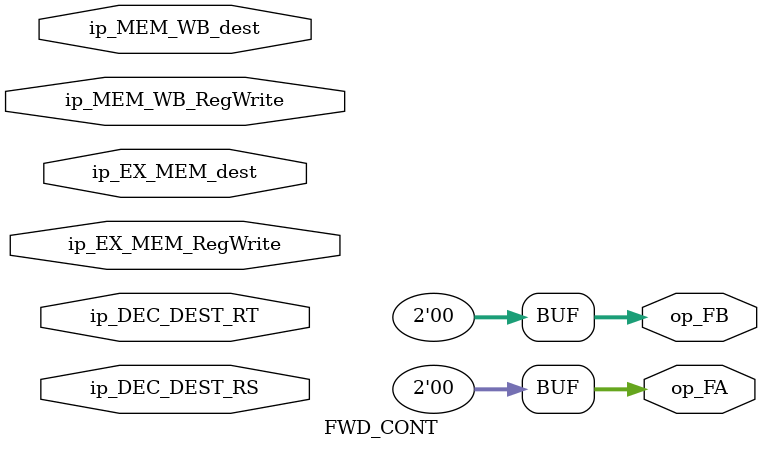
<source format=sv>


//~~~~~~~~~~~~~~~~~~~~~~~~~~~~~~~~~~~~~~~
//Module Declaration
//~~~~~~~~~~~~~~~~~~~~~~~~~~~~~~~~~~~~~~~

module FWD_CONT(
input logic ip_EX_MEM_RegWrite,  //EX/MEM regwrite
input logic ip_MEM_WB_RegWrite,  //MEM/WB regwrite
input logic [4:0] ip_EX_MEM_dest,//EX/MEM Dest Register
input logic [4:0] ip_MEM_WB_dest,//MEM/WB Dest Register
input logic [4:0] ip_DEC_DEST_RS, //Rs from decode stage
input logic [4:0] ip_DEC_DEST_RT, //Rt from decode stage
output logic  [1:0] op_FA, //select lines for forwarding muxes (Rs)
output logic  [1:0] op_FB  //select lines for forwarding muxes (Rt)
);


assign op_FA = 2'b00;
assign op_FB = 2'b00;

endmodule

</source>
